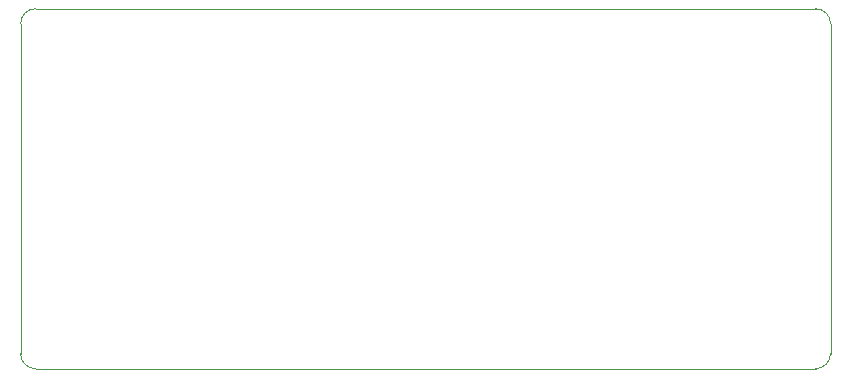
<source format=gbr>
%TF.GenerationSoftware,KiCad,Pcbnew,(5.1.10)-1*%
%TF.CreationDate,2021-09-01T14:56:24+02:00*%
%TF.ProjectId,Souvenir tesi,536f7576-656e-4697-9220-746573692e6b,rev?*%
%TF.SameCoordinates,Original*%
%TF.FileFunction,Profile,NP*%
%FSLAX46Y46*%
G04 Gerber Fmt 4.6, Leading zero omitted, Abs format (unit mm)*
G04 Created by KiCad (PCBNEW (5.1.10)-1) date 2021-09-01 14:56:24*
%MOMM*%
%LPD*%
G01*
G04 APERTURE LIST*
%TA.AperFunction,Profile*%
%ADD10C,0.050000*%
%TD*%
G04 APERTURE END LIST*
D10*
X101600000Y-97790000D02*
X167640000Y-97790000D01*
X100330000Y-127000000D02*
X100330000Y-99060000D01*
X167640000Y-128270000D02*
X101600000Y-128270000D01*
X168910000Y-99060000D02*
X168910000Y-127000000D01*
X167640000Y-97790000D02*
G75*
G02*
X168910000Y-99060000I0J-1270000D01*
G01*
X168910000Y-127000000D02*
G75*
G02*
X167640000Y-128270000I-1270000J0D01*
G01*
X101600000Y-128270000D02*
G75*
G02*
X100330000Y-127000000I0J1270000D01*
G01*
X100330000Y-99060000D02*
G75*
G02*
X101600000Y-97790000I1270000J0D01*
G01*
M02*

</source>
